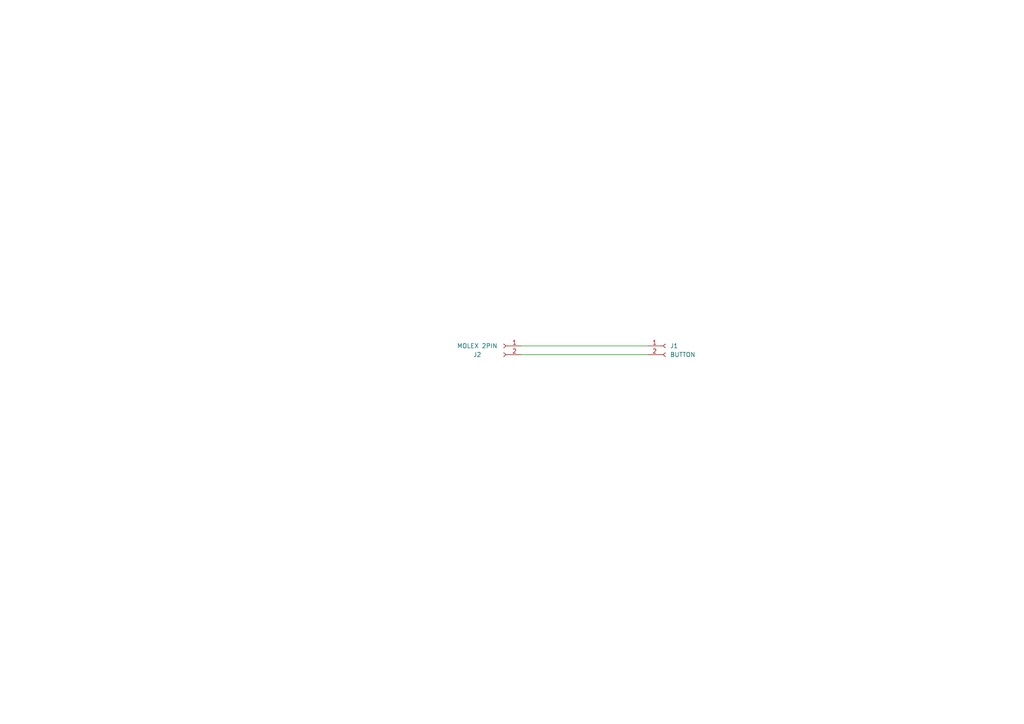
<source format=kicad_sch>
(kicad_sch (version 20230121) (generator eeschema)
  (paper "A4")
  (title_block (title "Driver Station Button Connector") (date "2024-02-11") (rev "1"))
  (lib_symbols
    (symbol "Connector:Conn_01x02_Socket" (pin_names (offset 1.016) hide)
      (property "Reference" "J" (at 0 2.54 0))
      (property "Value" "Conn_01x02_Socket" (at 0 -5.08 0))
      (symbol "Conn_01x02_Socket_1_1"
        (arc (start 0 -2.032) (mid -0.5058 -2.54) (end 0 -3.048) (stroke (width 0.1524)))
        (polyline (pts (xy -1.27 -2.54) (xy -0.508 -2.54)) (stroke (width 0.1524)))
        (polyline (pts (xy -1.27 0) (xy -0.508 0)) (stroke (width 0.1524)))
        (arc (start 0 0.508) (mid -0.5058 0) (end 0 -0.508) (stroke (width 0.1524)))
        (pin passive line (at -5.08 0 0) (length 3.81) (name "Pin_1") (number "1"))
        (pin passive line (at -5.08 -2.54 0) (length 3.81) (name "Pin_2") (number "2"))
      )
    )
  )
  (wire (pts (xy 151.13 102.87) (xy 187.96 102.87)))
  (wire (pts (xy 187.96 100.33) (xy 151.13 100.33)))
  (symbol (lib_id "Connector:Conn_01x02_Socket") (at 146.05 100.33 0) (mirror y) (unit 1)
    (property "Reference" "J2" (at 138.43 102.87 0))
    (property "Value" "MOLEX 2PIN" (at 138.43 100.33 0))
    (property "Footprint" "button_adapter:2 pin molex sl right angle" (effects hide))
    (property "MFG" "Molex" (effects hide))
    (property "MFG P/N" "0705550071" (effects hide))
    (property "DIST" "Digikey" (effects hide))
    (property "DIST P/N" "WM14786-ND" (effects hide))
  )
  (symbol (lib_id "Connector:Conn_01x02_Socket") (at 193.04 100.33 0) (unit 1)
    (property "Reference" "J1" (at 194.31 100.33 0) (effects (justify left)))
    (property "Value" "BUTTON" (at 194.31 102.87 0) (effects (justify left)))
    (property "Footprint" "button_adapter:button" (effects hide))
    (property "MFG" "Sanwa" (effects hide))
    (property "MFG P/N" "OBSF-30" (effects hide))
  )
)
</source>
